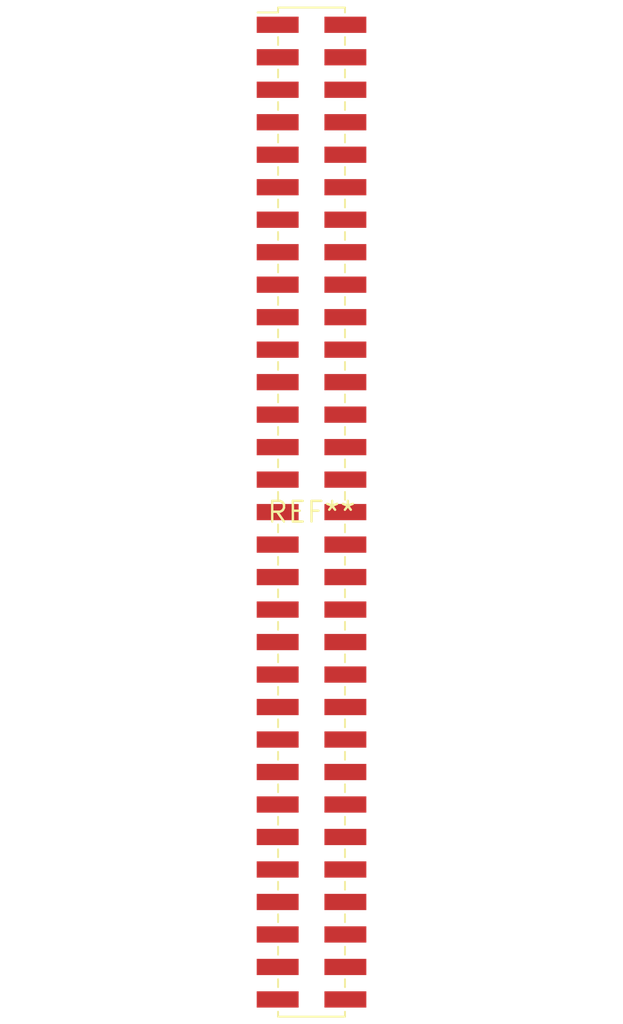
<source format=kicad_pcb>
(kicad_pcb (version 20240108) (generator pcbnew)
  (layers (0 "F.Cu" signal) (31 "B.Cu" signal) (34 "B.Paste" user) (35 "F.Paste" user) (36 "B.SilkS" user "B.Silkscreen") (37 "F.SilkS" user "F.Silkscreen") (38 "B.Mask" user) (39 "F.Mask" user) (44 "Edge.Cuts" user))
  (net 0 "")
  (footprint "PinHeader_2x31_P2.00mm_Vertical_SMD" (layer "F.Cu") (at 0 0)
    (property "Reference" "REF**")
    (property "Value" "PinHeader_2x31_P2.00mm_Vertical_SMD")
    (fp_line (start -3.315 -30.76) (end -2.06 -30.76) (layer "F.SilkS") (stroke (width 0.12)))
    (fp_line (start -2.06 -31.06) (end -2.06 -30.76) (layer "F.SilkS") (stroke (width 0.12)))
    (fp_line (start -2.06 -31.06) (end 2.06 -31.06) (layer "F.SilkS") (stroke (width 0.12)))
    (fp_line (start -2.06 -29.24) (end -2.06 -28.76) (layer "F.SilkS") (stroke (width 0.12)))
    (fp_line (start -2.06 -27.24) (end -2.06 -26.76) (layer "F.SilkS") (stroke (width 0.12)))
    (fp_line (start -2.06 -25.24) (end -2.06 -24.76) (layer "F.SilkS") (stroke (width 0.12)))
    (fp_line (start -2.06 -23.24) (end -2.06 -22.76) (layer "F.SilkS") (stroke (width 0.12)))
    (fp_line (start -2.06 -21.24) (end -2.06 -20.76) (layer "F.SilkS") (stroke (width 0.12)))
    (fp_line (start -2.06 -19.24) (end -2.06 -18.76) (layer "F.SilkS") (stroke (width 0.12)))
    (fp_line (start -2.06 -17.24) (end -2.06 -16.76) (layer "F.SilkS") (stroke (width 0.12)))
    (fp_line (start -2.06 -15.24) (end -2.06 -14.76) (layer "F.SilkS") (stroke (width 0.12)))
    (fp_line (start -2.06 -13.24) (end -2.06 -12.76) (layer "F.SilkS") (stroke (width 0.12)))
    (fp_line (start -2.06 -11.24) (end -2.06 -10.76) (layer "F.SilkS") (stroke (width 0.12)))
    (fp_line (start -2.06 -9.24) (end -2.06 -8.76) (layer "F.SilkS") (stroke (width 0.12)))
    (fp_line (start -2.06 -7.24) (end -2.06 -6.76) (layer "F.SilkS") (stroke (width 0.12)))
    (fp_line (start -2.06 -5.24) (end -2.06 -4.76) (layer "F.SilkS") (stroke (width 0.12)))
    (fp_line (start -2.06 -3.24) (end -2.06 -2.76) (layer "F.SilkS") (stroke (width 0.12)))
    (fp_line (start -2.06 -1.24) (end -2.06 -0.76) (layer "F.SilkS") (stroke (width 0.12)))
    (fp_line (start -2.06 0.76) (end -2.06 1.24) (layer "F.SilkS") (stroke (width 0.12)))
    (fp_line (start -2.06 2.76) (end -2.06 3.24) (layer "F.SilkS") (stroke (width 0.12)))
    (fp_line (start -2.06 4.76) (end -2.06 5.24) (layer "F.SilkS") (stroke (width 0.12)))
    (fp_line (start -2.06 6.76) (end -2.06 7.24) (layer "F.SilkS") (stroke (width 0.12)))
    (fp_line (start -2.06 8.76) (end -2.06 9.24) (layer "F.SilkS") (stroke (width 0.12)))
    (fp_line (start -2.06 10.76) (end -2.06 11.24) (layer "F.SilkS") (stroke (width 0.12)))
    (fp_line (start -2.06 12.76) (end -2.06 13.24) (layer "F.SilkS") (stroke (width 0.12)))
    (fp_line (start -2.06 14.76) (end -2.06 15.24) (layer "F.SilkS") (stroke (width 0.12)))
    (fp_line (start -2.06 16.76) (end -2.06 17.24) (layer "F.SilkS") (stroke (width 0.12)))
    (fp_line (start -2.06 18.76) (end -2.06 19.24) (layer "F.SilkS") (stroke (width 0.12)))
    (fp_line (start -2.06 20.76) (end -2.06 21.24) (layer "F.SilkS") (stroke (width 0.12)))
    (fp_line (start -2.06 22.76) (end -2.06 23.24) (layer "F.SilkS") (stroke (width 0.12)))
    (fp_line (start -2.06 24.76) (end -2.06 25.24) (layer "F.SilkS") (stroke (width 0.12)))
    (fp_line (start -2.06 26.76) (end -2.06 27.24) (layer "F.SilkS") (stroke (width 0.12)))
    (fp_line (start -2.06 28.76) (end -2.06 29.24) (layer "F.SilkS") (stroke (width 0.12)))
    (fp_line (start -2.06 30.76) (end -2.06 31.06) (layer "F.SilkS") (stroke (width 0.12)))
    (fp_line (start -2.06 31.06) (end 2.06 31.06) (layer "F.SilkS") (stroke (width 0.12)))
    (fp_line (start 2.06 -31.06) (end 2.06 -30.76) (layer "F.SilkS") (stroke (width 0.12)))
    (fp_line (start 2.06 -29.24) (end 2.06 -28.76) (layer "F.SilkS") (stroke (width 0.12)))
    (fp_line (start 2.06 -27.24) (end 2.06 -26.76) (layer "F.SilkS") (stroke (width 0.12)))
    (fp_line (start 2.06 -25.24) (end 2.06 -24.76) (layer "F.SilkS") (stroke (width 0.12)))
    (fp_line (start 2.06 -23.24) (end 2.06 -22.76) (layer "F.SilkS") (stroke (width 0.12)))
    (fp_line (start 2.06 -21.24) (end 2.06 -20.76) (layer "F.SilkS") (stroke (width 0.12)))
    (fp_line (start 2.06 -19.24) (end 2.06 -18.76) (layer "F.SilkS") (stroke (width 0.12)))
    (fp_line (start 2.06 -17.24) (end 2.06 -16.76) (layer "F.SilkS") (stroke (width 0.12)))
    (fp_line (start 2.06 -15.24) (end 2.06 -14.76) (layer "F.SilkS") (stroke (width 0.12)))
    (fp_line (start 2.06 -13.24) (end 2.06 -12.76) (layer "F.SilkS") (stroke (width 0.12)))
    (fp_line (start 2.06 -11.24) (end 2.06 -10.76) (layer "F.SilkS") (stroke (width 0.12)))
    (fp_line (start 2.06 -9.24) (end 2.06 -8.76) (layer "F.SilkS") (stroke (width 0.12)))
    (fp_line (start 2.06 -7.24) (end 2.06 -6.76) (layer "F.SilkS") (stroke (width 0.12)))
    (fp_line (start 2.06 -5.24) (end 2.06 -4.76) (layer "F.SilkS") (stroke (width 0.12)))
    (fp_line (start 2.06 -3.24) (end 2.06 -2.76) (layer "F.SilkS") (stroke (width 0.12)))
    (fp_line (start 2.06 -1.24) (end 2.06 -0.76) (layer "F.SilkS") (stroke (width 0.12)))
    (fp_line (start 2.06 0.76) (end 2.06 1.24) (layer "F.SilkS") (stroke (width 0.12)))
    (fp_line (start 2.06 2.76) (end 2.06 3.24) (layer "F.SilkS") (stroke (width 0.12)))
    (fp_line (start 2.06 4.76) (end 2.06 5.24) (layer "F.SilkS") (stroke (width 0.12)))
    (fp_line (start 2.06 6.76) (end 2.06 7.24) (layer "F.SilkS") (stroke (width 0.12)))
    (fp_line (start 2.06 8.76) (end 2.06 9.24) (layer "F.SilkS") (stroke (width 0.12)))
    (fp_line (start 2.06 10.76) (end 2.06 11.24) (layer "F.SilkS") (stroke (width 0.12)))
    (fp_line (start 2.06 12.76) (end 2.06 13.24) (layer "F.SilkS") (stroke (width 0.12)))
    (fp_line (start 2.06 14.76) (end 2.06 15.24) (layer "F.SilkS") (stroke (width 0.12)))
    (fp_line (start 2.06 16.76) (end 2.06 17.24) (layer "F.SilkS") (stroke (width 0.12)))
    (fp_line (start 2.06 18.76) (end 2.06 19.24) (layer "F.SilkS") (stroke (width 0.12)))
    (fp_line (start 2.06 20.76) (end 2.06 21.24) (layer "F.SilkS") (stroke (width 0.12)))
    (fp_line (start 2.06 22.76) (end 2.06 23.24) (layer "F.SilkS") (stroke (width 0.12)))
    (fp_line (start 2.06 24.76) (end 2.06 25.24) (layer "F.SilkS") (stroke (width 0.12)))
    (fp_line (start 2.06 26.76) (end 2.06 27.24) (layer "F.SilkS") (stroke (width 0.12)))
    (fp_line (start 2.06 28.76) (end 2.06 29.24) (layer "F.SilkS") (stroke (width 0.12)))
    (fp_line (start 2.06 30.76) (end 2.06 31.06) (layer "F.SilkS") (stroke (width 0.12)))
    (pad "1" smd rect (at -2.085 -30) (size 2.58 1) (layers "F.Cu" "F.Paste" "F.Mask"))
    (pad "2" smd rect (at 2.085 -30) (size 2.58 1) (layers "F.Cu" "F.Paste" "F.Mask"))
    (pad "3" smd rect (at -2.085 -28) (size 2.58 1) (layers "F.Cu" "F.Paste" "F.Mask"))
    (pad "4" smd rect (at 2.085 -28) (size 2.58 1) (layers "F.Cu" "F.Paste" "F.Mask"))
    (pad "5" smd rect (at -2.085 -26) (size 2.58 1) (layers "F.Cu" "F.Paste" "F.Mask"))
    (pad "6" smd rect (at 2.085 -26) (size 2.58 1) (layers "F.Cu" "F.Paste" "F.Mask"))
    (pad "7" smd rect (at -2.085 -24) (size 2.58 1) (layers "F.Cu" "F.Paste" "F.Mask"))
    (pad "8" smd rect (at 2.085 -24) (size 2.58 1) (layers "F.Cu" "F.Paste" "F.Mask"))
    (pad "9" smd rect (at -2.085 -22) (size 2.58 1) (layers "F.Cu" "F.Paste" "F.Mask"))
    (pad "10" smd rect (at 2.085 -22) (size 2.58 1) (layers "F.Cu" "F.Paste" "F.Mask"))
    (pad "11" smd rect (at -2.085 -20) (size 2.58 1) (layers "F.Cu" "F.Paste" "F.Mask"))
    (pad "12" smd rect (at 2.085 -20) (size 2.58 1) (layers "F.Cu" "F.Paste" "F.Mask"))
    (pad "13" smd rect (at -2.085 -18) (size 2.58 1) (layers "F.Cu" "F.Paste" "F.Mask"))
    (pad "14" smd rect (at 2.085 -18) (size 2.58 1) (layers "F.Cu" "F.Paste" "F.Mask"))
    (pad "15" smd rect (at -2.085 -16) (size 2.58 1) (layers "F.Cu" "F.Paste" "F.Mask"))
    (pad "16" smd rect (at 2.085 -16) (size 2.58 1) (layers "F.Cu" "F.Paste" "F.Mask"))
    (pad "17" smd rect (at -2.085 -14) (size 2.58 1) (layers "F.Cu" "F.Paste" "F.Mask"))
    (pad "18" smd rect (at 2.085 -14) (size 2.58 1) (layers "F.Cu" "F.Paste" "F.Mask"))
    (pad "19" smd rect (at -2.085 -12) (size 2.58 1) (layers "F.Cu" "F.Paste" "F.Mask"))
    (pad "20" smd rect (at 2.085 -12) (size 2.58 1) (layers "F.Cu" "F.Paste" "F.Mask"))
    (pad "21" smd rect (at -2.085 -10) (size 2.58 1) (layers "F.Cu" "F.Paste" "F.Mask"))
    (pad "22" smd rect (at 2.085 -10) (size 2.58 1) (layers "F.Cu" "F.Paste" "F.Mask"))
    (pad "23" smd rect (at -2.085 -8) (size 2.58 1) (layers "F.Cu" "F.Paste" "F.Mask"))
    (pad "24" smd rect (at 2.085 -8) (size 2.58 1) (layers "F.Cu" "F.Paste" "F.Mask"))
    (pad "25" smd rect (at -2.085 -6) (size 2.58 1) (layers "F.Cu" "F.Paste" "F.Mask"))
    (pad "26" smd rect (at 2.085 -6) (size 2.58 1) (layers "F.Cu" "F.Paste" "F.Mask"))
    (pad "27" smd rect (at -2.085 -4) (size 2.58 1) (layers "F.Cu" "F.Paste" "F.Mask"))
    (pad "28" smd rect (at 2.085 -4) (size 2.58 1) (layers "F.Cu" "F.Paste" "F.Mask"))
    (pad "29" smd rect (at -2.085 -2) (size 2.58 1) (layers "F.Cu" "F.Paste" "F.Mask"))
    (pad "30" smd rect (at 2.085 -2) (size 2.58 1) (layers "F.Cu" "F.Paste" "F.Mask"))
    (pad "31" smd rect (at -2.085 0) (size 2.58 1) (layers "F.Cu" "F.Paste" "F.Mask"))
    (pad "32" smd rect (at 2.085 0) (size 2.58 1) (layers "F.Cu" "F.Paste" "F.Mask"))
    (pad "33" smd rect (at -2.085 2) (size 2.58 1) (layers "F.Cu" "F.Paste" "F.Mask"))
    (pad "34" smd rect (at 2.085 2) (size 2.58 1) (layers "F.Cu" "F.Paste" "F.Mask"))
    (pad "35" smd rect (at -2.085 4) (size 2.58 1) (layers "F.Cu" "F.Paste" "F.Mask"))
    (pad "36" smd rect (at 2.085 4) (size 2.58 1) (layers "F.Cu" "F.Paste" "F.Mask"))
    (pad "37" smd rect (at -2.085 6) (size 2.58 1) (layers "F.Cu" "F.Paste" "F.Mask"))
    (pad "38" smd rect (at 2.085 6) (size 2.58 1) (layers "F.Cu" "F.Paste" "F.Mask"))
    (pad "39" smd rect (at -2.085 8) (size 2.58 1) (layers "F.Cu" "F.Paste" "F.Mask"))
    (pad "40" smd rect (at 2.085 8) (size 2.58 1) (layers "F.Cu" "F.Paste" "F.Mask"))
    (pad "41" smd rect (at -2.085 10) (size 2.58 1) (layers "F.Cu" "F.Paste" "F.Mask"))
    (pad "42" smd rect (at 2.085 10) (size 2.58 1) (layers "F.Cu" "F.Paste" "F.Mask"))
    (pad "43" smd rect (at -2.085 12) (size 2.58 1) (layers "F.Cu" "F.Paste" "F.Mask"))
    (pad "44" smd rect (at 2.085 12) (size 2.58 1) (layers "F.Cu" "F.Paste" "F.Mask"))
    (pad "45" smd rect (at -2.085 14) (size 2.58 1) (layers "F.Cu" "F.Paste" "F.Mask"))
    (pad "46" smd rect (at 2.085 14) (size 2.58 1) (layers "F.Cu" "F.Paste" "F.Mask"))
    (pad "47" smd rect (at -2.085 16) (size 2.58 1) (layers "F.Cu" "F.Paste" "F.Mask"))
    (pad "48" smd rect (at 2.085 16) (size 2.58 1) (layers "F.Cu" "F.Paste" "F.Mask"))
    (pad "49" smd rect (at -2.085 18) (size 2.58 1) (layers "F.Cu" "F.Paste" "F.Mask"))
    (pad "50" smd rect (at 2.085 18) (size 2.58 1) (layers "F.Cu" "F.Paste" "F.Mask"))
    (pad "51" smd rect (at -2.085 20) (size 2.58 1) (layers "F.Cu" "F.Paste" "F.Mask"))
    (pad "52" smd rect (at 2.085 20) (size 2.58 1) (layers "F.Cu" "F.Paste" "F.Mask"))
    (pad "53" smd rect (at -2.085 22) (size 2.58 1) (layers "F.Cu" "F.Paste" "F.Mask"))
    (pad "54" smd rect (at 2.085 22) (size 2.58 1) (layers "F.Cu" "F.Paste" "F.Mask"))
    (pad "55" smd rect (at -2.085 24) (size 2.58 1) (layers "F.Cu" "F.Paste" "F.Mask"))
    (pad "56" smd rect (at 2.085 24) (size 2.58 1) (layers "F.Cu" "F.Paste" "F.Mask"))
    (pad "57" smd rect (at -2.085 26) (size 2.58 1) (layers "F.Cu" "F.Paste" "F.Mask"))
    (pad "58" smd rect (at 2.085 26) (size 2.58 1) (layers "F.Cu" "F.Paste" "F.Mask"))
    (pad "59" smd rect (at -2.085 28) (size 2.58 1) (layers "F.Cu" "F.Paste" "F.Mask"))
    (pad "60" smd rect (at 2.085 28) (size 2.58 1) (layers "F.Cu" "F.Paste" "F.Mask"))
    (pad "61" smd rect (at -2.085 30) (size 2.58 1) (layers "F.Cu" "F.Paste" "F.Mask"))
    (pad "62" smd rect (at 2.085 30) (size 2.58 1) (layers "F.Cu" "F.Paste" "F.Mask"))
  )
)
</source>
